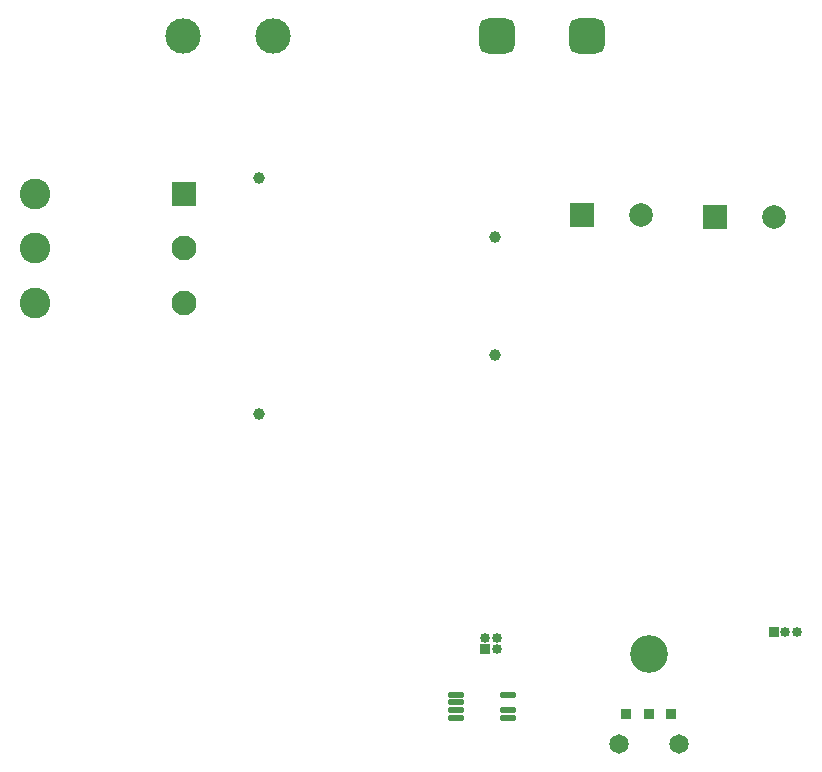
<source format=gbs>
G04 #@! TF.GenerationSoftware,KiCad,Pcbnew,7.0.6*
G04 #@! TF.CreationDate,2023-11-30T23:32:03-05:00*
G04 #@! TF.ProjectId,TeslaCoil,5465736c-6143-46f6-996c-2e6b69636164,rev?*
G04 #@! TF.SameCoordinates,Original*
G04 #@! TF.FileFunction,Soldermask,Bot*
G04 #@! TF.FilePolarity,Negative*
%FSLAX46Y46*%
G04 Gerber Fmt 4.6, Leading zero omitted, Abs format (unit mm)*
G04 Created by KiCad (PCBNEW 7.0.6) date 2023-11-30 23:32:03*
%MOMM*%
%LPD*%
G01*
G04 APERTURE LIST*
G04 Aperture macros list*
%AMRoundRect*
0 Rectangle with rounded corners*
0 $1 Rounding radius*
0 $2 $3 $4 $5 $6 $7 $8 $9 X,Y pos of 4 corners*
0 Add a 4 corners polygon primitive as box body*
4,1,4,$2,$3,$4,$5,$6,$7,$8,$9,$2,$3,0*
0 Add four circle primitives for the rounded corners*
1,1,$1+$1,$2,$3*
1,1,$1+$1,$4,$5*
1,1,$1+$1,$6,$7*
1,1,$1+$1,$8,$9*
0 Add four rect primitives between the rounded corners*
20,1,$1+$1,$2,$3,$4,$5,0*
20,1,$1+$1,$4,$5,$6,$7,0*
20,1,$1+$1,$6,$7,$8,$9,0*
20,1,$1+$1,$8,$9,$2,$3,0*%
G04 Aperture macros list end*
%ADD10C,1.000000*%
%ADD11R,0.850000X0.850000*%
%ADD12O,0.850000X0.850000*%
%ADD13RoundRect,0.750000X0.750000X0.750000X-0.750000X0.750000X-0.750000X-0.750000X0.750000X-0.750000X0*%
%ADD14C,3.000000*%
%ADD15RoundRect,0.112500X-0.587500X0.112500X-0.587500X-0.112500X0.587500X-0.112500X0.587500X0.112500X0*%
%ADD16R,2.000000X2.000000*%
%ADD17C,2.000000*%
%ADD18C,2.600000*%
%ADD19C,2.100000*%
%ADD20RoundRect,0.250001X-0.799999X0.799999X-0.799999X-0.799999X0.799999X-0.799999X0.799999X0.799999X0*%
%ADD21C,1.650000*%
%ADD22C,3.200000*%
%ADD23R,0.900000X0.900000*%
G04 APERTURE END LIST*
D10*
X94420000Y-72180000D03*
X94420000Y-92180000D03*
X114420000Y-87180000D03*
X114420000Y-77180000D03*
D11*
X137970000Y-110610000D03*
D12*
X138970000Y-110610000D03*
X139970000Y-110610000D03*
D11*
X113510000Y-112100000D03*
D12*
X113510000Y-111100000D03*
X114510000Y-112100000D03*
X114510000Y-111100000D03*
D13*
X122195000Y-60170000D03*
X114575000Y-60170000D03*
D14*
X95605000Y-60170000D03*
X87985000Y-60170000D03*
D15*
X115460000Y-117880000D03*
X115460000Y-117230000D03*
X115460000Y-115930000D03*
X111060000Y-115930000D03*
X111060000Y-116580000D03*
X111060000Y-117230000D03*
X111060000Y-117880000D03*
D16*
X121720000Y-75290000D03*
D17*
X126720000Y-75290000D03*
D16*
X133010000Y-75500000D03*
D17*
X138010000Y-75500000D03*
D18*
X75430000Y-73540000D03*
X75430000Y-78140000D03*
X75430000Y-82740000D03*
D19*
X88030000Y-78140000D03*
X88030000Y-82740000D03*
D20*
X88030000Y-73540000D03*
D21*
X129920000Y-120090000D03*
D22*
X127380000Y-112470000D03*
D21*
X124840000Y-120090000D03*
D23*
X129285000Y-117550000D03*
X127380000Y-117550000D03*
X125475000Y-117550000D03*
M02*

</source>
